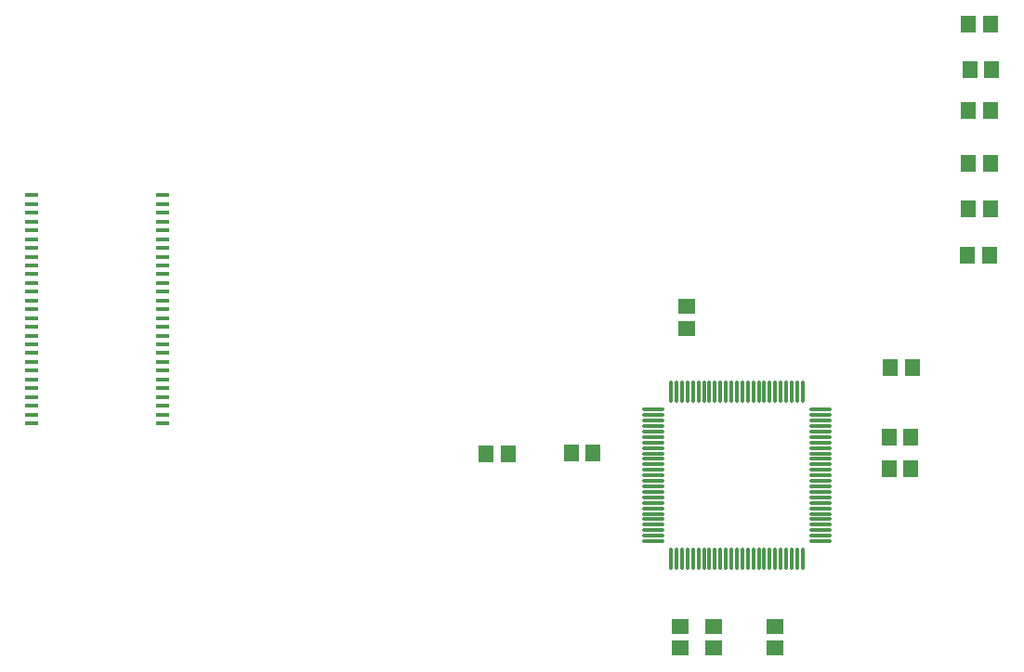
<source format=gtp>
G04*
G04 #@! TF.GenerationSoftware,Altium Limited,Altium Designer,18.1.6 (161)*
G04*
G04 Layer_Color=8421504*
%FSLAX25Y25*%
%MOIN*%
G70*
G01*
G75*
%ADD17R,0.05512X0.05906*%
%ADD18R,0.05906X0.05512*%
%ADD19O,0.08071X0.01181*%
%ADD20O,0.01181X0.08071*%
%ADD21R,0.05000X0.01476*%
D17*
X565000Y343500D02*
D03*
X557126D02*
D03*
X737500Y414905D02*
D03*
X729626D02*
D03*
X737937Y431500D02*
D03*
X730063D02*
D03*
X738437Y481500D02*
D03*
X730563D02*
D03*
X737937Y448000D02*
D03*
X730063D02*
D03*
X737937Y467000D02*
D03*
X730063D02*
D03*
X737874Y498000D02*
D03*
X730000D02*
D03*
X595437Y344000D02*
D03*
X587563D02*
D03*
X701563Y349606D02*
D03*
X709437D02*
D03*
X701563Y338106D02*
D03*
X709437D02*
D03*
X702126Y374638D02*
D03*
X710000D02*
D03*
D18*
X626606Y281575D02*
D03*
Y273701D02*
D03*
X638606Y281575D02*
D03*
Y273701D02*
D03*
X660500D02*
D03*
Y281575D02*
D03*
X629000Y388500D02*
D03*
Y396374D02*
D03*
D19*
X616961Y312173D02*
D03*
Y314142D02*
D03*
Y316110D02*
D03*
Y318079D02*
D03*
Y320047D02*
D03*
Y322016D02*
D03*
Y323984D02*
D03*
Y325953D02*
D03*
Y327921D02*
D03*
Y329890D02*
D03*
Y331858D02*
D03*
Y333827D02*
D03*
Y335795D02*
D03*
Y337764D02*
D03*
Y339732D02*
D03*
Y341701D02*
D03*
Y343669D02*
D03*
Y345638D02*
D03*
Y347606D02*
D03*
Y349575D02*
D03*
Y351543D02*
D03*
Y353512D02*
D03*
Y355480D02*
D03*
Y357449D02*
D03*
Y359417D02*
D03*
X677000D02*
D03*
Y357449D02*
D03*
Y355480D02*
D03*
Y353512D02*
D03*
Y351543D02*
D03*
Y349575D02*
D03*
Y347606D02*
D03*
Y345638D02*
D03*
Y343669D02*
D03*
Y341701D02*
D03*
Y339732D02*
D03*
Y337764D02*
D03*
Y335795D02*
D03*
Y333827D02*
D03*
Y331858D02*
D03*
Y329890D02*
D03*
Y327921D02*
D03*
Y325953D02*
D03*
Y323984D02*
D03*
Y322016D02*
D03*
Y320047D02*
D03*
Y318079D02*
D03*
Y316110D02*
D03*
Y314142D02*
D03*
Y312173D02*
D03*
D20*
X623358Y365815D02*
D03*
X625327D02*
D03*
X627295D02*
D03*
X629264D02*
D03*
X631232D02*
D03*
X633201D02*
D03*
X635169D02*
D03*
X637138D02*
D03*
X639106D02*
D03*
X641075D02*
D03*
X643043D02*
D03*
X645012D02*
D03*
X646980D02*
D03*
X648949D02*
D03*
X650917D02*
D03*
X652886D02*
D03*
X654854D02*
D03*
X656823D02*
D03*
X658791D02*
D03*
X660760D02*
D03*
X662728D02*
D03*
X664697D02*
D03*
X666665D02*
D03*
X668634D02*
D03*
X670602D02*
D03*
Y305776D02*
D03*
X668634D02*
D03*
X666665D02*
D03*
X664697D02*
D03*
X662728D02*
D03*
X660760D02*
D03*
X658791D02*
D03*
X656823D02*
D03*
X654854D02*
D03*
X652886D02*
D03*
X650917D02*
D03*
X648949D02*
D03*
X646980D02*
D03*
X645012D02*
D03*
X643043D02*
D03*
X641075D02*
D03*
X639106D02*
D03*
X637138D02*
D03*
X635169D02*
D03*
X633201D02*
D03*
X631232D02*
D03*
X629264D02*
D03*
X627295D02*
D03*
X625327D02*
D03*
X623358D02*
D03*
D21*
X393906Y436405D02*
D03*
Y433256D02*
D03*
Y430106D02*
D03*
Y426957D02*
D03*
Y423807D02*
D03*
Y420657D02*
D03*
Y417508D02*
D03*
Y414358D02*
D03*
Y411209D02*
D03*
Y408059D02*
D03*
Y404909D02*
D03*
Y401760D02*
D03*
Y398610D02*
D03*
Y395461D02*
D03*
Y392311D02*
D03*
Y389161D02*
D03*
Y386012D02*
D03*
Y382862D02*
D03*
Y379713D02*
D03*
Y376563D02*
D03*
Y373413D02*
D03*
Y370264D02*
D03*
Y367114D02*
D03*
Y363965D02*
D03*
Y360815D02*
D03*
Y357665D02*
D03*
Y354516D02*
D03*
X441150D02*
D03*
Y357665D02*
D03*
Y360815D02*
D03*
Y363965D02*
D03*
Y367114D02*
D03*
Y370264D02*
D03*
Y373413D02*
D03*
Y376563D02*
D03*
Y379713D02*
D03*
Y382862D02*
D03*
Y386012D02*
D03*
Y389161D02*
D03*
Y392311D02*
D03*
Y395461D02*
D03*
Y398610D02*
D03*
Y401760D02*
D03*
Y404909D02*
D03*
Y408059D02*
D03*
Y411209D02*
D03*
Y414358D02*
D03*
Y417508D02*
D03*
Y420657D02*
D03*
Y423807D02*
D03*
Y426957D02*
D03*
Y430106D02*
D03*
Y433256D02*
D03*
Y436405D02*
D03*
M02*

</source>
